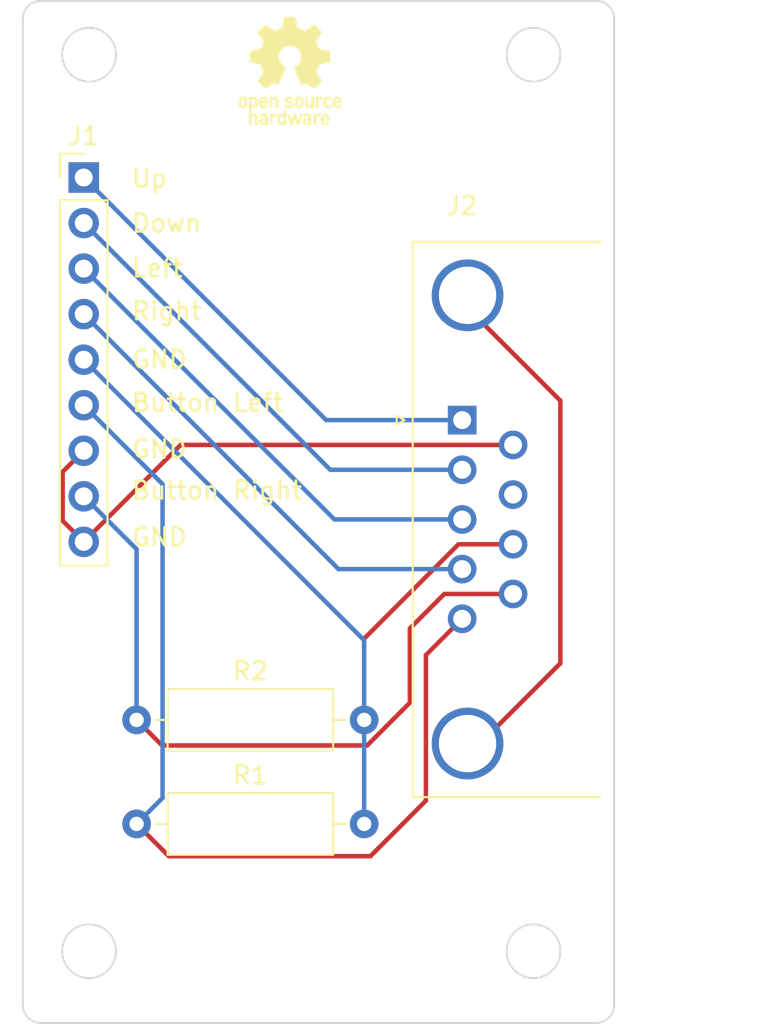
<source format=kicad_pcb>
(kicad_pcb (version 20211014) (generator pcbnew)
  (layers (0 "F.Cu" signal) (31 "B.Cu" signal) (34 "B.Paste" user) (35 "F.Paste" user) (36 "B.SilkS" user "B.Silkscreen") (37 "F.SilkS" user "F.Silkscreen") (38 "B.Mask" user) (39 "F.Mask" user) (44 "Edge.Cuts" user))
  (net 0 "")
  (net 1 "Net-(J1-Pad1)")
  (net 2 "Net-(J1-Pad2)")
  (net 3 "Net-(J1-Pad3)")
  (net 4 "Net-(J1-Pad4)")
  (net 5 "GND")
  (net 6 "Net-(J1-Pad6)")
  (net 7 "/Button Common")
  (net 8 "/Button Right")
  (net 9 "unconnected-(J2-Pad0)")
  (footprint "Resistor_THT:R_Axial_DIN0309_L9.0mm_D3.2mm_P12.70mm_Horizontal" (layer "F.Cu") (at 226.35 101.9)
    (fp_text reference "R1" (at 6.35 -2.72) (layer "F.SilkS"))
    (fp_text value "R620")
    (fp_line (start 10.97 -1.72) (end 1.73 -1.72) (layer "F.SilkS") (width 0.12))
    (fp_line (start 1.73 -1.72) (end 1.73 1.72) (layer "F.SilkS") (width 0.12))
    (fp_line (start 1.73 1.72) (end 10.97 1.72) (layer "F.SilkS") (width 0.12))
    (fp_line (start 11.66 0) (end 10.97 0) (layer "F.SilkS") (width 0.12))
    (fp_line (start 10.97 1.72) (end 10.97 -1.72) (layer "F.SilkS") (width 0.12))
    (fp_line (start 1.04 0) (end 1.73 0) (layer "F.SilkS") (width 0.12))
    (pad "1" thru_hole circle (at 0 0) (size 1.6 1.6) (drill 0.8) (layers *.Cu *.Mask) (net 6 "Net-(J1-Pad6)"))
    (pad "2" thru_hole oval (at 12.7 0) (size 1.6 1.6) (drill 0.8) (layers *.Cu *.Mask) (net 5 "GND"))
  )
  (footprint "Connector_Dsub:DSUB-9_Female_Horizontal_P2.77x2.84mm_EdgePinOffset4.94mm_Housed_MountingHolesOffset7.48mm" (layer "F.Cu") (at 244.519669 79.379669 90)
    (fp_text reference "J2" (at 11.95 -0.019669 180) (layer "F.SilkS"))
    (fp_text value "DB9_Female_MountingHoles")
    (fp_line (start -0.25 -3.654338) (end 0.25 -3.654338) (layer "F.SilkS") (width 0.12))
    (fp_line (start 0.25 -3.654338) (end 0 -3.221325) (layer "F.SilkS") (width 0.12))
    (fp_line (start 0 -3.221325) (end -0.25 -3.654338) (layer "F.SilkS") (width 0.12))
    (fp_line (start -21.025 7.72) (end -21.025 -2.76) (layer "F.SilkS") (width 0.12))
    (fp_line (start -21.025 -2.76) (end 9.945 -2.76) (layer "F.SilkS") (width 0.12))
    (fp_line (start 9.945 -2.76) (end 9.945 7.72) (layer "F.SilkS") (width 0.12))
    (pad "0" thru_hole circle (at 6.96 0.3 90) (size 4 4) (drill 3.2) (layers *.Cu *.Mask) (net 9 "unconnected-(J2-Pad0)"))
    (pad "0" thru_hole circle (at -18.04 0.3 90) (size 4 4) (drill 3.2) (layers *.Cu *.Mask) (net 9 "unconnected-(J2-Pad0)"))
    (pad "1" thru_hole rect (at 0 0 90) (size 1.6 1.6) (drill 1) (layers *.Cu *.Mask) (net 1 "Net-(J1-Pad1)"))
    (pad "2" thru_hole circle (at -2.77 0 90) (size 1.6 1.6) (drill 1) (layers *.Cu *.Mask) (net 2 "Net-(J1-Pad2)"))
    (pad "3" thru_hole circle (at -5.54 0 90) (size 1.6 1.6) (drill 1) (layers *.Cu *.Mask) (net 3 "Net-(J1-Pad3)"))
    (pad "4" thru_hole circle (at -8.31 0 90) (size 1.6 1.6) (drill 1) (layers *.Cu *.Mask) (net 4 "Net-(J1-Pad4)"))
    (pad "5" thru_hole circle (at -11.08 0 90) (size 1.6 1.6) (drill 1) (layers *.Cu *.Mask) (net 6 "Net-(J1-Pad6)"))
    (pad "6" thru_hole circle (at -1.385 2.84 90) (size 1.6 1.6) (drill 1) (layers *.Cu *.Mask) (net 7 "/Button Common"))
    (pad "7" thru_hole circle (at -4.155 2.84 90) (size 1.6 1.6) (drill 1) (layers *.Cu *.Mask))
    (pad "8" thru_hole circle (at -6.925 2.84 90) (size 1.6 1.6) (drill 1) (layers *.Cu *.Mask) (net 5 "GND"))
    (pad "9" thru_hole circle (at -9.695 2.84 90) (size 1.6 1.6) (drill 1) (layers *.Cu *.Mask) (net 8 "/Button Right"))
  )
  (footprint "Connector_PinHeader_2.54mm:PinHeader_1x09_P2.54mm_Vertical" (layer "F.Cu") (at 223.4 65.85)
    (fp_text reference "J1" (at 0 -2.33) (layer "F.SilkS"))
    (fp_text value "Conn_01x09")
    (fp_line (start -1.33 -1.33) (end 0 -1.33) (layer "F.SilkS") (width 0.12))
    (fp_line (start 1.33 1.27) (end 1.33 21.65) (layer "F.SilkS") (width 0.12))
    (fp_line (start -1.33 1.27) (end -1.33 21.65) (layer "F.SilkS") (width 0.12))
    (fp_line (start -1.33 0) (end -1.33 -1.33) (layer "F.SilkS") (width 0.12))
    (fp_line (start -1.33 21.65) (end 1.33 21.65) (layer "F.SilkS") (width 0.12))
    (fp_line (start -1.33 1.27) (end 1.33 1.27) (layer "F.SilkS") (width 0.12))
    (pad "1" thru_hole rect (at 0 0) (size 1.7 1.7) (drill 1) (layers *.Cu *.Mask) (net 1 "Net-(J1-Pad1)"))
    (pad "2" thru_hole oval (at 0 2.54) (size 1.7 1.7) (drill 1) (layers *.Cu *.Mask) (net 2 "Net-(J1-Pad2)"))
    (pad "3" thru_hole oval (at 0 5.08) (size 1.7 1.7) (drill 1) (layers *.Cu *.Mask) (net 3 "Net-(J1-Pad3)"))
    (pad "4" thru_hole oval (at 0 7.62) (size 1.7 1.7) (drill 1) (layers *.Cu *.Mask) (net 4 "Net-(J1-Pad4)"))
    (pad "5" thru_hole oval (at 0 10.16) (size 1.7 1.7) (drill 1) (layers *.Cu *.Mask) (net 5 "GND"))
    (pad "6" thru_hole oval (at 0 12.7) (size 1.7 1.7) (drill 1) (layers *.Cu *.Mask) (net 6 "Net-(J1-Pad6)"))
    (pad "7" thru_hole oval (at 0 15.24) (size 1.7 1.7) (drill 1) (layers *.Cu *.Mask) (net 7 "/Button Common"))
    (pad "8" thru_hole oval (at 0 17.78) (size 1.7 1.7) (drill 1) (layers *.Cu *.Mask) (net 8 "/Button Right"))
    (pad "9" thru_hole oval (at 0 20.32) (size 1.7 1.7) (drill 1) (layers *.Cu *.Mask) (net 7 "/Button Common"))
  )
  (footprint "Symbol:OSHW-Logo_5.7x6mm_SilkScreen" (layer "F.Cu") (at 234.9 59.9)
    (fp_text reference "REF**" hide)
    (fp_text value "OSHW-Logo_5.7x6mm_SilkScreen" hide)
    (fp_poly (pts (xy 2.032581 2.40497) (xy 2.092685 2.420597) (xy 2.143021 2.452848) (xy 2.167393 2.47694) (xy 2.207345 2.533895) (xy 2.230242 2.599965) (xy 2.238108 2.681182) (xy 2.238148 2.687748) (xy 2.238218 2.753763) (xy 1.858264 2.753763) (xy 1.866363 2.788342) (xy 1.880987 2.819659) (xy 1.906581 2.852291) (xy 1.911935 2.8575) (xy 1.957943 2.885694) (xy 2.01041 2.890475) (xy 2.070803 2.871926) (xy 2.08104 2.866931) (xy 2.112439 2.851745) (xy 2.13347 2.843094) (xy 2.137139 2.842293) (xy 2.149948 2.850063) (xy 2.174378 2.869072) (xy 2.186779 2.87946) (xy 2.212476 2.903321) (xy 2.220915 2.919077) (xy 2.215058 2.933571) (xy 2.211928 2.937534) (xy 2.190725 2.954879) (xy 2.155738 2.975959) (xy 2.131337 2.988265) (xy 2.062072 3.009946) (xy 1.985388 3.016971) (xy 1.912765 3.008647) (xy 1.892426 3.002686) (xy 1.829476 2.968952) (xy 1.782815 2.917045) (xy 1.752173 2.846459) (xy 1.737282 2.756692) (xy 1.735647 2.709753) (xy 1.740421 2.641413) (xy 1.86099 2.641413) (xy 1.872652 2.646465) (xy 1.903998 2.650429) (xy 1.949571 2.652768) (xy 1.980446 2.653169) (xy 2.035981 2.652783) (xy 2.071033 2.650975) (xy 2.090262 2.646773) (xy 2.09833 2.639203) (xy 2.099901 2.628218) (xy 2.089121 2.594381) (xy 2.06198 2.56094) (xy 2.026277 2.535272) (xy 1.99056 2.524772) (xy 1.942048 2.534086) (xy 1.900053 2.561013) (xy 1.870936 2.599827) (xy 1.86099 2.641413) (xy 1.740421 2.641413) (xy 1.742599 2.610236) (xy 1.764055 2.530949) (xy 1.80047 2.471263) (xy 1.852297 2.430549) (xy 1.91999 2.408179) (xy 1.956662 2.403871) (xy 2.032581 2.40497)) (layer "F.SilkS") (width 0.01) (fill solid))
    (fp_poly (pts (xy 1.635255 2.401486) (xy 1.683595 2.411015) (xy 1.711114 2.425125) (xy 1.740064 2.448568) (xy 1.698876 2.500571) (xy 1.673482 2.532064) (xy 1.656238 2.547428) (xy 1.639102 2.549776) (xy 1.614027 2.542217) (xy 1.602257 2.537941) (xy 1.55427 2.531631) (xy 1.510324 2.545156) (xy 1.47806 2.57571) (xy 1.472819 2.585452) (xy 1.467112 2.611258) (xy 1.462706 2.658817) (xy 1.459811 2.724758) (xy 1.458631 2.80571) (xy 1.458614 2.817226) (xy 1.458614 3.017822) (xy 1.320297 3.017822) (xy 1.320297 2.401683) (xy 1.389456 2.401683) (xy 1.429333 2.402725) (xy 1.450107 2.407358) (xy 1.457789 2.417849) (xy 1.458614 2.427745) (xy 1.458614 2.453806) (xy 1.491745 2.427745) (xy 1.529735 2.409965) (xy 1.58077 2.401174) (xy 1.635255 2.401486)) (layer "F.SilkS") (width 0.01) (fill solid))
    (fp_poly (pts (xy -0.993356 2.40302) (xy -0.974539 2.40866) (xy -0.968473 2.421053) (xy -0.968218 2.426647) (xy -0.967129 2.44223) (xy -0.959632 2.444676) (xy -0.939381 2.433993) (xy -0.927351 2.426694) (xy -0.8894 2.411063) (xy -0.844072 2.403334) (xy -0.796544 2.40274) (xy -0.751995 2.408513) (xy -0.715602 2.419884) (xy -0.692543 2.436088) (xy -0.687996 2.456355) (xy -0.690291 2.461843) (xy -0.70702 2.484626) (xy -0.732963 2.512647) (xy -0.737655 2.517177) (xy -0.762383 2.538005) (xy -0.783718 2.544735) (xy -0.813555 2.540038) (xy -0.825508 2.536917) (xy -0.862705 2.529421) (xy -0.888859 2.532792) (xy -0.910946 2.544681) (xy -0.931178 2.560635) (xy -0.946079 2.5807) (xy -0.956434 2.608702) (xy -0.963029 2.648467) (xy -0.966649 2.703823) (xy -0.968078 2.778594) (xy -0.968218 2.82374) (xy -0.968218 3.017822) (xy -1.09396 3.017822) (xy -1.09396 2.401683) (xy -1.031089 2.401683) (xy -0.993356 2.40302)) (layer "F.SilkS") (width 0.01) (fill solid))
    (fp_poly (pts (xy -1.38421 2.406555) (xy -1.325055 2.422339) (xy -1.280023 2.450948) (xy -1.248246 2.488419) (xy -1.238366 2.504411) (xy -1.231073 2.521163) (xy -1.225974 2.542592) (xy -1.222679 2.572616) (xy -1.220797 2.615154) (xy -1.219937 2.674122) (xy -1.219707 2.75344) (xy -1.219703 2.774484) (xy -1.219703 3.017822) (xy -1.280059 3.017822) (xy -1.318557 3.015126) (xy -1.347023 3.008295) (xy -1.354155 3.004083) (xy -1.373652 2.996813) (xy -1.393566 3.004083) (xy -1.426353 3.01316) (xy -1.473978 3.016813) (xy -1.526764 3.015228) (xy -1.575036 3.008589) (xy -1.603218 3.000072) (xy -1.657753 2.965063) (xy -1.691835 2.916479) (xy -1.707157 2.851882) (xy -1.707299 2.850223) (xy -1.705955 2.821566) (xy -1.584356 2.821566) (xy -1.573726 2.854161) (xy -1.55641 2.872505) (xy -1.521652 2.886379) (xy -1.475773 2.891917) (xy -1.428988 2.889191) (xy -1.391514 2.878274) (xy -1.381015 2.871269) (xy -1.362668 2.838904) (xy -1.35802 2.802111) (xy -1.35802 2.753763) (xy -1.427582 2.753763) (xy -1.493667 2.75885) (xy -1.543764 2.773263) (xy -1.574929 2.795729) (xy -1.584356 2.821566) (xy -1.705955 2.821566) (xy -1.703987 2.779647) (xy -1.68071 2.723845) (xy -1.636948 2.681647) (xy -1.630899 2.677808) (xy -1.604907 2.665309) (xy -1.572735 2.65774) (xy -1.52776 2.654061) (xy -1.474331 2.653216) (xy -1.35802 2.653169) (xy -1.35802 2.604411) (xy -1.362953 2.566581) (xy -1.375543 2.541236) (xy -1.377017 2.539887) (xy -1.405034 2.5288) (xy -1.447326 2.524503) (xy -1.494064 2.526615) (xy -1.535418 2.534756) (xy -1.559957 2.546965) (xy -1.573253 2.556746) (xy -1.587294 2.558613) (xy -1.606671 2.5506) (xy -1.635976 2.530739) (xy -1.679803 2.497063) (xy -1.683825 2.493909) (xy -1.681764 2.482236) (xy -1.664568 2.462822) (xy -1.638433 2.441248) (xy -1.609552 2.423096) (xy -1.600478 2.418809) (xy -1.56738 2.410256) (xy -1.51888 2.404155) (xy -1.464695 2.401708) (xy -1.462161 2.401703) (xy -1.38421 2.406555)) (layer "F.SilkS") (width 0.01) (fill solid))
    (fp_poly (pts (xy 0.281524 2.404237) (xy 0.331255 2.407971) (xy 0.461291 2.797773) (xy 0.481678 2.728614) (xy 0.493946 2.685874) (xy 0.510085 2.628115) (xy 0.527512 2.564625) (xy 0.536726 2.53057) (xy 0.571388 2.401683) (xy 0.714391 2.401683) (xy 0.671646 2.536857) (xy 0.650596 2.603342) (xy 0.625167 2.683539) (xy 0.59861 2.767193) (xy 0.574902 2.841782) (xy 0.520902 3.011535) (xy 0.462598 3.015328) (xy 0.404295 3.019122) (xy 0.372679 2.914734) (xy 0.353182 2.849889) (xy 0.331904 2.7784) (xy 0.313308 2.715263) (xy 0.312574 2.71275) (xy 0.298684 2.669969) (xy 0.286429 2.640779) (xy 0.277846 2.629741) (xy 0.276082 2.631018) (xy 0.269891 2.64813) (xy 0.258128 2.684787) (xy 0.242225 2.736378) (xy 0.223614 2.798294) (xy 0.213543 2.832352) (xy 0.159007 3.017822) (xy 0.043264 3.017822) (xy -0.049263 2.725471) (xy -0.075256 2.643462) (xy -0.098934 2.568987) (xy -0.11918 2.505544) (xy -0.134874 2.456632) (xy -0.144898 2.425749) (xy -0.147945 2.416726) (xy -0.145533 2.407487) (xy -0.126592 2.403441) (xy -0.087177 2.403846) (xy -0.081007 2.404152) (xy -0.007914 2.407971) (xy 0.039957 2.58401) (xy 0.057553 2.648211) (xy 0.073277 2.704649) (xy 0.085746 2.748422) (xy 0.093574 2.77463) (xy 0.09502 2.778903) (xy 0.101014 2.77399) (xy 0.113101 2.748532) (xy 0.129893 2.705997) (xy 0.150003 2.64985) (xy 0.167003 2.59913) (xy 0.231794 2.400504) (xy 0.281524 2.404237)) (layer "F.SilkS") (width 0.01) (fill solid))
    (fp_poly (pts (xy 2.217226 1.46388) (xy 2.29008 1.49483) (xy 2.313027 1.509895) (xy 2.342354 1.533048) (xy 2.360764 1.551253) (xy 2.363961 1.557183) (xy 2.354935 1.57034) (xy 2.331837 1.592667) (xy 2.313344 1.60825) (xy 2.262728 1.648926) (xy 2.22276 1.615295) (xy 2.191874 1.593584) (xy 2.161759 1.58609) (xy 2.127292 1.58792) (xy 2.072561 1.601528) (xy 2.034886 1.629772) (xy 2.011991 1.675433) (xy 2.001597 1.741289) (xy 2.001595 1.741331) (xy 2.002494 1.814939) (xy 2.016463 1.868946) (xy 2.044328 1.905716) (xy 2.063325 1.918168) (xy 2.113776 1.933673) (xy 2.167663 1.933683) (xy 2.214546 1.918638) (xy 2.225644 1.911287) (xy 2.253476 1.892511) (xy 2.275236 1.889434) (xy 2.298704 1.903409) (xy 2.324649 1.92851) (xy 2.365716 1.97088) (xy 2.320121 2.008464) (xy 2.249674 2.050882) (xy 2.170233 2.071785) (xy 2.087215 2.070272) (xy 2.032694 2.056411) (xy 1.96897 2.022135) (xy 1.918005 1.968212) (xy 1.894851 1.930149) (xy 1.876099 1.875536) (xy 1.866715 1.806369) (xy 1.866643 1.731407) (xy 1.875824 1.659409) (xy 1.894199 1.599137) (xy 1.897093 1.592958) (xy 1.939952 1.532351) (xy 1.997979 1.488224) (xy 2.066591 1.461493) (xy 2.141201 1.453073) (xy 2.217226 1.46388)) (layer "F.SilkS") (width 0.01) (fill solid))
    (fp_poly (pts (xy -0.754012 1.469002) (xy -0.722717 1.48395) (xy -0.692409 1.505541) (xy -0.669318 1.530391) (xy -0.6525 1.562087) (xy -0.641006 1.604214) (xy -0.633891 1.660358) (xy -0.630207 1.734106) (xy -0.629008 1.829044) (xy -0.628989 1.838985) (xy -0.628713 2.062179) (xy -0.76703 2.062179) (xy -0.76703 1.856418) (xy -0.767128 1.780189) (xy -0.767809 1.724939) (xy -0.769651 1.686501) (xy -0.773233 1.660706) (xy -0.779132 1.643384) (xy -0.787927 1.630368) (xy -0.80018 1.617507) (xy -0.843047 1.589873) (xy -0.889843 1.584745) (xy -0.934424 1.602217) (xy -0.949928 1.615221) (xy -0.96131 1.627447) (xy -0.969481 1.64054) (xy -0.974974 1.658615) (xy -0.97832 1.685787) (xy -0.980051 1.72617) (xy -0.980697 1.783879) (xy -0.980792 1.854132) (xy -0.980792 2.062179) (xy -1.119109 2.062179) (xy -1.119109 1.458614) (xy -1.04995 1.458614) (xy -1.008428 1.460256) (xy -0.987006 1.466087) (xy -0.980795 1.477461) (xy -0.980792 1.477798) (xy -0.97791 1.488938) (xy -0.965199 1.487674) (xy -0.939926 1.475434) (xy -0.882605 1.457424) (xy -0.817037 1.455421) (xy -0.754012 1.469002)) (layer "F.SilkS") (width 0.01) (fill solid))
    (fp_poly (pts (xy 0.993367 1.654342) (xy 0.994555 1.746563) (xy 0.998897 1.81661) (xy 1.007558 1.867381) (xy 1.021704 1.901772) (xy 1.0425 1.922679) (xy 1.07111 1.933) (xy 1.106535 1.935636) (xy 1.143636 1.932682) (xy 1.171818 1.921889) (xy 1.192243 1.90036) (xy 1.206079 1.865199) (xy 1.214491 1.81351) (xy 1.218643 1.742394) (xy 1.219703 1.654342) (xy 1.219703 1.458614) (xy 1.35802 1.458614) (xy 1.35802 2.062179) (xy 1.288862 2.062179) (xy 1.24717 2.060489) (xy 1.225701 2.054556) (xy 1.219703 2.043293) (xy 1.216091 2.033261) (xy 1.201714 2.035383) (xy 1.172736 2.04958) (xy 1.106319 2.07148) (xy 1.035875 2.069928) (xy 0.968377 2.046147) (xy 0.936233 2.027362) (xy 0.911715 2.007022) (xy 0.893804 1.981573) (xy 0.881479 1.947458) (xy 0.873723 1.901121) (xy 0.869516 1.839007) (xy 0.86784 1.757561) (xy 0.867624 1.694578) (xy 0.867624 1.458614) (xy 0.993367 1.458614) (xy 0.993367 1.654342)) (layer "F.SilkS") (width 0.01) (fill solid))
    (fp_poly (pts (xy 0.610762 1.466055) (xy 0.674363 1.500692) (xy 0.724123 1.555372) (xy 0.747568 1.599842) (xy 0.757634 1.639121) (xy 0.764156 1.695116) (xy 0.766951 1.759621) (xy 0.765836 1.824429) (xy 0.760626 1.881334) (xy 0.754541 1.911727) (xy 0.734014 1.953306) (xy 0.698463 1.997468) (xy 0.655619 2.036087) (xy 0.613211 2.061034) (xy 0.612177 2.06143) (xy 0.559553 2.072331) (xy 0.497188 2.072601) (xy 0.437924 2.062676) (xy 0.41504 2.054722) (xy 0.356102 2.0213) (xy 0.31389 1.977511) (xy 0.286156 1.919538) (xy 0.270651 1.843565) (xy 0.267143 1.803771) (xy 0.26759 1.753766) (xy 0.402376 1.753766) (xy 0.406917 1.826732) (xy 0.419986 1.882334) (xy 0.440756 1.917861) (xy 0.455552 1.92802) (xy 0.493464 1.935104) (xy 0.538527 1.933007) (xy 0.577487 1.922812) (xy 0.587704 1.917204) (xy 0.614659 1.884538) (xy 0.632451 1.834545) (xy 0.640024 1.773705) (xy 0.636325 1.708497) (xy 0.628057 1.669253) (xy 0.60432 1.623805) (xy 0.566849 1.595396) (xy 0.52172 1.585573) (xy 0.475011 1.595887) (xy 0.439132 1.621112) (xy 0.420277 1.641925) (xy 0.409272 1.662439) (xy 0.404026 1.690203) (xy 0.402449 1.732762) (xy 0.402376 1.753766) (xy 0.26759 1.753766) (xy 0.268094 1.69758) (xy 0.285388 1.610501) (xy 0.319029 1.54253) (xy 0.369018 1.493664) (xy 0.435356 1.463899) (xy 0.449601 1.460448) (xy 0.53521 1.452345) (xy 0.610762 1.466055)) (layer "F.SilkS") (width 0.01) (fill solid))
    (fp_poly (pts (xy 0.376964 -2.709982) (xy 0.433812 -2.40843) (xy 0.853338 -2.235488) (xy 1.104984 -2.406605) (xy 1.175458 -2.45425) (xy 1.239163 -2.49679) (xy 1.293126 -2.532285) (xy 1.334373 -2.55879) (xy 1.359934 -2.574364) (xy 1.366895 -2.577722) (xy 1.379435 -2.569086) (xy 1.406231 -2.545208) (xy 1.44428 -2.509141) (xy 1.490579 -2.463933) (xy 1.542123 -2.412636) (xy 1.595909 -2.358299) (xy 1.648935 -2.303972) (xy 1.698195 -2.252705) (xy 1.740687 -2.207549) (xy 1.773407 -2.171554) (xy 1.793351 -2.14777) (xy 1.798119 -2.13981) (xy 1.791257 -2.125135) (xy 1.77202 -2.092986) (xy 1.74243 -2.046508) (xy 1.70451 -1.988844) (xy 1.660282 -1.92314) (xy 1.634654 -1.885664) (xy 1.587941 -1.817232) (xy 1.546432 -1.75548) (xy 1.51214 -1.703481) (xy 1.48708 -1.664308) (xy 1.473264 -1.641035) (xy 1.471188 -1.636145) (xy 1.475895 -1.622245) (xy 1.488723 -1.58985) (xy 1.507738 -1.543515) (xy 1.531003 -1.487794) (xy 1.556584 -1.427242) (xy 1.582545 -1.366414) (xy 1.60695 -1.309864) (xy 1.627863 -1.262148) (xy 1.643349 -1.227819) (xy 1.651472 -1.211432) (xy 1.651952 -1.210788) (xy 1.664707 -1.207659) (xy 1.698677 -1.200679) (xy 1.75034 -1.190533) (xy 1.816176 -1.177908) (xy 1.892664 -1.163491) (xy 1.93729 -1.155177) (xy 2.019021 -1.139616) (xy 2.092843 -1.124808) (xy 2.155021 -1.111564) (xy 2.201822 -1.100695) (xy 2.229509 -1.093011) (xy 2.235074 -1.090573) (xy 2.240526 -1.07407) (xy 2.244924 -1.0368) (xy 2.248272 -0.98312) (xy 2.250574 -0.917388) (xy 2.251832 -0.843963) (xy 2.252048 -0.767204) (xy 2.251227 -0.691468) (xy 2.249371 -0.621114) (xy 2.246482 -0.5605) (xy 2.242565 -0.513984) (xy 2.237622 -0.485925) (xy 2.234657 -0.480084) (xy 2.216934 -0.473083) (xy 2.179381 -0.463073) (xy 2.126964 -0.451231) (xy 2.064652 -0.438733) (xy 2.0429 -0.43469) (xy 1.938024 -0.41548) (xy 1.85518 -0.400009) (xy 1.79163 -0.387663) (xy 1.744637 -0.377827) (xy 1.711463 -0.369886) (xy 1.689371 -0.363224) (xy 1.675624 -0.357227) (xy 1.667484 -0.351281) (xy 1.666345 -0.350106) (xy 1.654977 -0.331174) (xy 1.637635 -0.294331) (xy 1.61605 -0.244087) (xy 1.591954 -0.184954) (xy 1.567079 -0.121444) (xy 1.543157 -0.058068) (xy 1.521919 0.000662) (xy 1.505097 0.050235) (xy 1.494422 0.086139) (xy 1.491627 0.103862) (xy 1.49186 0.104483) (xy 1.501331 0.11897) (xy 1.522818 0.150844) (xy 1.554063 0.196789) (xy 1.592807 0.253485) (xy 1.636793 0.317617) (xy 1.649319 0.335842) (xy 1.693984 0.401914) (xy 1.733288 0.4622) (xy 1.765088 0.513235) (xy 1.787245 0.55156) (xy 1.797617 0.573711) (xy 1.798119 0.576432) (xy 1.789405 0.590736) (xy 1.765325 0.619072) (xy 1.728976 0.658396) (xy 1.683453 0.705661) (xy 1.631852 0.757823) (xy 1.577267 0.811835) (xy 1.522794 0.864653) (xy 1.471529 0.913231) (xy 1.426567 0.954523) (xy 1.391004 0.985485) (xy 1.367935 1.00307) (xy 1.361554 1.005941) (xy 1.346699 0.999178) (xy 1.316286 0.980939) (xy 1.275268 0.954297) (xy 1.243709 0.932852) (xy 1.186525 0.893503) (xy 1.118806 0.847171) (xy 1.05088 0.800913) (xy 1.014361 0.776155) (xy 0.890752 0.692547) (xy 0.786991 0.74865) (xy 0.73972 0.773228) (xy 0.699523 0.792331) (xy 0.672326 0.803227) (xy 0.665402 0.804743) (xy 0.657077 0.793549) (xy 0.640654 0.761917) (xy 0.617357 0.712765) (xy 0.588414 0.64901) (xy 0.55505 0.573571) (xy 0.518491 0.489364) (xy 0.479964 0.399308) (xy 0.440694 0.306321) (xy 0.401908 0.21332) (xy 0.36483 0.123223) (xy 0.330689 0.038948) (xy 0.300708 -0.036587) (xy 0.276116 -0.100466) (xy 0.258136 -0.149769) (xy 0.247997 -0.181579) (xy 0.246366 -0.192504) (xy 0.259291 -0.206439) (xy 0.287589 -0.22906) (xy 0.325346 -0.255667) (xy 0.328515 -0.257772) (xy 0.4261 -0.335886) (xy 0.504786 -0.427018) (xy 0.563891 -0.528255) (xy 0.602732 -0.636682) (xy 0.620628 -0.749386) (xy 0.616897 -0.863452) (xy 0.590857 -0.975966) (xy 0.541825 -1.084015) (xy 0.5274 -1.107655) (xy 0.452369 -1.203113) (xy 0.36373 -1.279768) (xy 0.264549 -1.33722) (xy 0.157895 -1.375071) (xy 0.046836 -1.392922) (xy -0.065561 -1.390375) (xy -0.176227 -1.36703) (xy -0.282094 -1.32249) (xy -0.380095 -1.256355) (xy -0.41041 -1.229513) (xy -0.487562 -1.145488) (xy -0.543782 -1.057034) (xy -0.582347 -0.957885) (xy -0.603826 -0.859697) (xy -0.609128 -0.749303) (xy -0.591448 -0.63836) (xy -0.552581 -0.530619) (xy -0.494323 -0.429831) (xy -0.418469 -0.339744) (xy -0.326817 -0.264108) (xy -0.314772 -0.256136) (xy -0.276611 -0.230026) (xy -0.247601 -0.207405) (xy -0.233732 -0.192961) (xy -0.233531 -0.192504) (xy -0.236508 -0.176879) (xy -0.248311 -0.141418) (xy -0.267714 -0.089038) (xy -0.293488 -0.022655) (xy -0.324409 0.054814) (xy -0.359249 0.14045) (xy -0.396783 0.231337) (xy -0.435783 0.324559) (xy -0.475023 0.417197) (xy -0.513276 0.506335) (xy -0.549317 0.589055) (xy -0.581917 0.662441) (xy -0.609852 0.723575) (xy -0.631895 0.769541) (xy -0.646818 0.797421) (xy -0.652828 0.804743) (xy -0.671191 0.799041) (xy -0.705552 0.783749) (xy -0.749984 0.761599) (xy -0.774417 0.74865) (xy -0.878178 0.692547) (xy -1.001787 0.776155) (xy -1.064886 0.818987) (xy -1.13397 0.866122) (xy -1.198707 0.910503) (xy -1.231134 0.932852) (xy -1.276741 0.963477) (xy -1.31536 0.987747) (xy -1.341952 1.002587) (xy -1.35059 1.005724) (xy -1.363161 0.997261) (xy -1.390984 0.973636) (xy -1.431361 0.937302) (xy -1.481595 0.890711) (xy -1.538988 0.836317) (xy -1.575286 0.801392) (xy -1.63879 0.738996) (xy -1.693673 0.683188) (xy -1.737714 0.636354) (xy -1.768695 0.600882) (xy -1.784398 0.579161) (xy -1.785905 0.574752) (xy -1.778914 0.557985) (xy -1.759594 0.524082) (xy -1.730091 0.476476) (xy -1.692545 0.418599) (xy -1.6491 0.353884) (xy -1.636745 0.335842) (xy -1.591727 0.270267) (xy -1.55134 0.211228) (xy -1.51784 0.162042) (xy -1.493486 0.126028) (xy -1.480536 0.106502) (xy -1.479285 0.104483) (xy -1.481156 0.088922) (xy -1.491087 0.054709) (xy -1.507347 0.006355) (xy -1.528205 -0.051629) (xy -1.551927 -0.11473) (xy -1.576784 -0.178437) (xy -1.601042 -0.238239) (xy -1.622971 -0.289624) (xy -1.640838 -0.328081) (xy -1.652913 -0.349098) (xy -1.653771 -0.350106) (xy -1.661154 -0.356112) (xy -1.673625 -0.362052) (xy -1.69392 -0.36854) (xy -1.724778 -0.376191) (xy -1.768934 -0.38562) (xy -1.829126 -0.397441) (xy -1.908093 -0.412271) (xy -2.00857 -0.430723) (xy -2.030325 -0.43469) (xy -2.094802 -0.447147) (xy -2.151011 -0.459334) (xy -2.193987 -0.470074) (xy -2.21876 -0.478191) (xy -2.222082 -0.480084) (xy -2.227556 -0.496862) (xy -2.232006 -0.534355) (xy -2.235428 -0.588206) (xy -2.237819 -0.654056) (xy -2.239177 -0.727547) (xy -2.239499 -0.80432) (xy -2.238781 -0.880017) (xy -2.237021 -0.95028) (xy -2.234216 -1.01075) (xy -2.230362 -1.05707) (xy -2.225457 -1.084881) (xy -2.2225 -1.090573) (xy -2.206037 -1.096314) (xy -2.168551 -1.105655) (xy -2.113775 -1.117785) (xy -2.045445 -1.131893) (xy -1.967294 -1.14717) (xy -1.924716 -1.155177) (xy -1.843929 -1.170279) (xy -1.771887 -1.18396) (xy -1.712111 -1.195533) (xy -1.668121 -1.204313) (xy -1.643439 -1.209613) (xy -1.639377 -1.210788) (xy -1.632511 -1.224035) (xy -1.617998 -1.255943) (xy -1.597771 -1.301953) (xy -1.573766 -1.357508) (xy -1.547918 -1.418047) (xy -1.52216 -1.479014) (xy -1.498427 -1.535849) (xy -1.478654 -1.583994) (xy -1.464776 -1.61889) (xy -1.458726 -1.635979) (xy -1.458614 -1.636726) (xy -1.465472 -1.650207) (xy -1.484698 -1.68123) (xy -1.514272 -1.726711) (xy -1.552173 -1.783568) (xy -1.59638 -1.848717) (xy -1.622079 -1.886138) (xy -1.668907 -1.954753) (xy -1.710499 -2.017048) (xy -1.744825 -2.069871) (xy -1.769857 -2.110073) (xy -1.783565 -2.1345) (xy -1.785544 -2.139976) (xy -1.777034 -2.152722) (xy -1.753507 -2.179937) (xy -1.717968 -2.218572) (xy -1.673423 -2.265577) (xy -1.622877 -2.317905) (xy -1.569336 -2.372505) (xy -1.515805 -2.42633) (xy -1.465289 -2.47633) (xy -1.420794 -2.519457) (xy -1.385325 -2.552661) (xy -1.361887 -2.572894) (xy -1.354046 -2.577722) (xy -1.34128 -2.570933) (xy -1.310744 -2.551858) (xy -1.26541 -2.522439) (xy -1.208244 -2.484619) (xy -1.142216 -2.440339) (xy -1.09241 -2.406605) (xy -0.840764 -2.235488) (xy -0.631001 -2.321959) (xy -0.421237 -2.40843) (xy -0.364389 -2.709982) (xy -0.30754 -3.011534) (xy 0.320115 -3.011534) (xy 0.376964 -2.709982)) (layer "F.SilkS") (width 0.01) (fill solid))
    (fp_poly (pts (xy 1.79946 1.45803) (xy 1.842711 1.471245) (xy 1.870558 1.487941) (xy 1.879629 1.501145) (xy 1.877132 1.516797) (xy 1.860931 1.541385) (xy 1.847232 1.5588) (xy 1.818992 1.590283) (xy 1.797775 1.603529) (xy 1.779688 1.602664) (xy 1.726035 1.58901) (xy 1.68663 1.58963) (xy 1.654632 1.605104) (xy 1.64389 1.614161) (xy 1.609505 1.646027) (xy 1.609505 2.062179) (xy 1.471188 2.062179) (xy 1.471188 1.458614) (xy 1.540347 1.458614) (xy 1.581869 1.460256) (xy 1.603291 1.466087) (xy 1.609502 1.477461) (xy 1.609505 1.477798) (xy 1.612439 1.489713) (xy 1.625704 1.488159) (xy 1.644084 1.479563) (xy 1.682046 1.463568) (xy 1.712872 1.453945) (xy 1.752536 1.451478) (xy 1.79946 1.45803)) (layer "F.SilkS") (width 0.01) (fill solid))
    (fp_poly (pts (xy -1.356699 1.472614) (xy -1.344168 1.478514) (xy -1.300799 1.510283) (xy -1.25979 1.556646) (xy -1.229168 1.607696) (xy -1.220459 1.631166) (xy -1.212512 1.673091) (xy -1.207774 1.723757) (xy -1.207199 1.744679) (xy -1.207129 1.810693) (xy -1.587083 1.810693) (xy -1.578983 1.845273) (xy -1.559104 1.88617) (xy -1.524347 1.921514) (xy -1.482998 1.944282) (xy -1.456649 1.94901) (xy -1.420916 1.943273) (xy -1.378282 1.928882) (xy -1.363799 1.922262) (xy -1.31024 1.895513) (xy -1.264533 1.930376) (xy -1.238158 1.953955) (xy -1.224124 1.973417) (xy -1.223414 1.979129) (xy -1.235951 1.992973) (xy -1.263428 2.014012) (xy -1.288366 2.030425) (xy -1.355664 2.05993) (xy -1.43111 2.073284) (xy -1.505888 2.069812) (xy -1.565495 2.051663) (xy -1.626941 2.012784) (xy -1.670608 1.961595) (xy -1.697926 1.895367) (xy -1.710322 1.811371) (xy -1.711421 1.772936) (xy -1.707022 1.684861) (xy -1.706482 1.682299) (xy -1.580582 1.682299) (xy -1.577115 1.690558) (xy -1.562863 1.695113) (xy -1.53347 1.697065) (xy -1.484575 1.697517) (xy -1.465748 1.697525) (xy -1.408467 1.696843) (xy -1.372141 1.694364) (xy -1.352604 1.689443) (xy -1.34569 1.681434) (xy -1.345445 1.678862) (xy -1.353336 1.658423) (xy -1.373085 1.629789) (xy -1.381575 1.619763) (xy -1.413094 1.591408) (xy -1.445949 1.580259) (xy -1.463651 1.579327) (xy -1.511539 1.590981) (xy -1.551699 1.622285) (xy -1.577173 1.667752) (xy -1.577625 1.669233) (xy -1.580582 1.682299) (xy -1.706482 1.682299) (xy -1.692392 1.61551) (xy -1.666038 1.560025) (xy -1.633807 1.520639) (xy -1.574217 1.477931) (xy -1.504168 1.455109) (xy -1.429661 1.453046) (xy -1.356699 1.472614)) (layer "F.SilkS") (width 0.01) (fill solid))
    (fp_poly (pts (xy -1.908759 1.469184) (xy -1.882247 1.482282) (xy -1.849553 1.505106) (xy -1.825725 1.529996) (xy -1.809406 1.561249) (xy -1.79924 1.603166) (xy -1.793872 1.660044) (xy -1.791944 1.736184) (xy -1.791831 1.768917) (xy -1.792161 1.840656) (xy -1.793527 1.891927) (xy -1.7965 1.927404) (xy -1.801649 1.951763) (xy -1.809543 1.96968) (xy -1.817757 1.981902) (xy -1.870187 2.033905) (xy -1.93193 2.065184) (xy -1.998536 2.074592) (xy -2.065558 2.06098) (xy -2.086792 2.051354) (xy -2.137624 2.024859) (xy -2.137624 2.440052) (xy -2.100525 2.420868) (xy -2.051643 2.406025) (xy -1.991561 2.402222) (xy -1.931564 2.409243) (xy -1.886256 2.425013) (xy -1.848675 2.455047) (xy -1.816564 2.498024) (xy -1.81415 2.502436) (xy -1.803967 2.523221) (xy -1.79653 2.54417) (xy -1.791411 2.569548) (xy -1.788181 2.603618) (xy -1.786413 2.650641) (xy -1.785677 2.714882) (xy -1.785544 2.787176) (xy -1.785544 3.017822) (xy -1.923861 3.017822) (xy -1.923861 2.592533) (xy -1.962549 2.559979) (xy -2.002738 2.53394) (xy -2.040797 2.529205) (xy -2.079066 2.541389) (xy -2.099462 2.55332) (xy -2.114642 2.570313) (xy -2.125438 2.595995) (xy -2.132683 2.633991) (xy -2.137208 2.687926) (xy -2.139844 2.761425) (xy -2.140772 2.810347) (xy -2.143911 3.011535) (xy -2.209926 3.015336) (xy -2.27594 3.019136) (xy -2.27594 1.77065) (xy -2.137624 1.77065) (xy -2.134097 1.840254) (xy -2.122215 1.888569) (xy -2.10002 1.918631) (xy -2.065559 1.933471) (xy -2.030742 1.936436) (xy -1.991329 1.933028) (xy -1.965171 1.919617) (xy -1.948814 1.901896) (xy -1.935937 1.882835) (xy -1.928272 1.861601) (xy -1.924861 1.831849) (xy -1.924749 1.787236) (xy -1.925897 1.74988) (xy -1.928532 1.693604) (xy -1.932456 1.656658) (xy -1.939063 1.633223) (xy -1.949749 1.61748) (xy -1.959833 1.60838) (xy -2.00197 1.588537) (xy -2.05184 1.585332) (xy -2.080476 1.592168) (xy -2.108828 1.616464) (xy -2.127609 1.663728) (xy -2.136712 1.733624) (xy -2.137624 1.77065) (xy -2.27594 1.77065) (xy -2.27594 1.458614) (xy -2.206782 1.458614) (xy -2.16526 1.460256) (xy -2.143838 1.466087) (xy -2.137626 1.477461) (xy -2.137624 1.477798) (xy -2.134742 1.488938) (xy -2.12203 1.487673) (xy -2.096757 1.475433) (xy -2.037869 1.456707) (xy -1.971615 1.454739) (xy -1.908759 1.469184)) (layer "F.SilkS") (width 0.01) (fill solid))
    (fp_poly (pts (xy -2.538261 1.465148) (xy -2.472479 1.494231) (xy -2.42254 1.542793) (xy -2.388374 1.610908) (xy -2.369907 1.698651) (xy -2.368583 1.712351) (xy -2.367546 1.808939) (xy -2.380993 1.893602) (xy -2.408108 1.962221) (xy -2.422627 1.984294) (xy -2.473201 2.031011) (xy -2.537609 2.061268) (xy -2.609666 2.073824) (xy -2.683185 2.067439) (xy -2.739072 2.047772) (xy -2.787132 2.014629) (xy -2.826412 1.971175) (xy -2.827092 1.970158) (xy -2.843044 1.943338) (xy -2.85341 1.916368) (xy -2.859688 1.882332) (xy -2.863373 1.83431) (xy -2.864997 1.794931) (xy -2.865672 1.759219) (xy -2.739955 1.759219) (xy -2.738726 1.79477) (xy -2.734266 1.842094) (xy -2.726397 1.872465) (xy -2.712207 1.894072) (xy -2.698917 1.906694) (xy -2.651802 1.933122) (xy -2.602505 1.936653) (xy -2.556593 1.917639) (xy -2.533638 1.896331) (xy -2.517096 1.874859) (xy -2.507421 1.854313) (xy -2.503174 1.827574) (xy -2.50292 1.787523) (xy -2.504228 1.750638) (xy -2.507043 1.697947) (xy -2.511505 1.663772) (xy -2.519548 1.64148) (xy -2.533103 1.624442) (xy -2.543845 1.614703) (xy -2.588777 1.589123) (xy -2.637249 1.587847) (xy -2.677894 1.602999) (xy -2.712567 1.634642) (xy -2.733224 1.68662) (xy -2.739955 1.759219) (xy -2.865672 1.759219) (xy -2.866479 1.716621) (xy -2.863948 1.658056) (xy -2.856362 1.614007) (xy -2.842681 1.579248) (xy -2.821865 1.548551) (xy -2.814147 1.539436) (xy -2.765889 1.494021) (xy -2.714128 1.467493) (xy -2.650828 1.456379) (xy -2.619961 1.455471) (xy -2.538261 1.465148)) (layer "F.SilkS") (width 0.01) (fill solid))
    (fp_poly (pts (xy 1.038411 2.405417) (xy 1.091411 2.41829) (xy 1.106731 2.42511) (xy 1.136428 2.442974) (xy 1.15922 2.463093) (xy 1.176083 2.488962) (xy 1.187998 2.524073) (xy 1.195942 2.57192) (xy 1.200894 2.635996) (xy 1.203831 2.719794) (xy 1.204947 2.775768) (xy 1.209052 3.017822) (xy 1.138932 3.017822) (xy 1.096393 3.016038) (xy 1.074476 3.009942) (xy 1.068812 2.999706) (xy 1.065821 2.988637) (xy 1.052451 2.990754) (xy 1.034233 2.999629) (xy 0.988624 3.013233) (xy 0.930007 3.016899) (xy 0.868354 3.010903) (xy 0.813638 2.995521) (xy 0.80873 2.993386) (xy 0.758723 2.958255) (xy 0.725756 2.909419) (xy 0.710587 2.852333) (xy 0.711746 2.831824) (xy 0.835508 2.831824) (xy 0.846413 2.859425) (xy 0.878745 2.879204) (xy 0.93091 2.889819) (xy 0.958787 2.891228) (xy 1.005247 2.88762) (xy 1.036129 2.873597) (xy 1.043664 2.866931) (xy 1.064076 2.830666) (xy 1.068812 2.797773) (xy 1.068812 2.753763) (xy 1.007513 2.753763) (xy 0.936256 2.757395) (xy 0.886276 2.768818) (xy 0.854696 2.788824) (xy 0.847626 2.797743) (xy 0.835508 2.831824) (xy 0.711746 2.831824) (xy 0.713971 2.792456) (xy 0.736663 2.735244) (xy 0.767624 2.69658) (xy 0.786376 2.679864) (xy 0.804733 2.668878) (xy 0.828619 2.66218) (xy 0.863957 2.658326) (xy 0.916669 2.655873) (xy 0.937577 2.655168) (xy 1.068812 2.650879) (xy 1.06862 2.611158) (xy 1.063537 2.569405) (xy 1.045162 2.544158) (xy 1.008039 2.52803) (xy 1.007043 2.527742) (xy 0.95441 2.5214) (xy 0.902906 2.529684) (xy 0.86463 2.549827) (xy 0.849272 2.559773) (xy 0.83273 2.558397) (xy 0.807275 2.543987) (xy 0.792328 2.533817) (xy 0.763091 2.512088) (xy 0.74498 2.4958) (xy 0.742074 2.491137) (xy 0.75404 2.467005) (xy 0.789396 2.438185) (xy 0.804753 2.428461) (xy 0.848901 2.411714) (xy 0.908398 2.402227) (xy 0.974487 2.400095) (xy 1.038411 2.405417)) (layer "F.SilkS") (width 0.01) (fill solid))
    (fp_poly (pts (xy 0.014017 1.456452) (xy 0.061634 1.465482) (xy 0.111034 1.48437) (xy 0.116312 1.486777) (xy 0.153774 1.506476) (xy 0.179717 1.524781) (xy 0.188103 1.536508) (xy 0.180117 1.555632) (xy 0.16072 1.58385) (xy 0.15211 1.594384) (xy 0.116628 1.635847) (xy 0.070885 1.608858) (xy 0.02735 1.590878) (xy -0.02295 1.581267) (xy -0.071188 1.58066) (xy -0.108533 1.589691) (xy -0.117495 1.595327) (xy -0.134563 1.621171) (xy -0.136637 1.650941) (xy -0.123866 1.674197) (xy -0.116312 1.678708) (xy -0.093675 1.684309) (xy -0.053885 1.690892) (xy -0.004834 1.697183) (xy 0.004215 1.69817) (xy 0.082996 1.711798) (xy 0.140136 1.734946) (xy 0.17803 1.769752) (xy 0.199079 1.818354) (xy 0.205635 1.877718) (xy 0.196577 1.945198) (xy 0.167164 1.998188) (xy 0.117278 2.036783) (xy 0.0468 2.061081) (xy -0.031435 2.070667) (xy -0.095234 2.070552) (xy -0.146984 2.061845) (xy -0.182327 2.049825) (xy -0.226983 2.02888) (xy -0.268253 2.004574) (xy -0.282921 1.993876) (xy -0.320643 1.963084) (xy -0.275148 1.917049) (xy -0.229653 1.871013) (xy -0.177928 1.905243) (xy -0.126048 1.930952) (xy -0.070649 1.944399) (xy -0.017395 1.945818) (xy 0.028049 1.935443) (xy 0.060016 1.913507) (xy 0.070338 1.894998) (xy 0.068789 1.865314) (xy 0.04314 1.842615) (xy -0.00654 1.82694) (xy -0.060969 1.819695) (xy -0.144736 1.805873) (xy -0.206967 1.779796) (xy -0.248493 1.740699) (xy -0.270147 1.68782) (xy -0.273147 1.625126) (xy -0.258329 1.559642) (xy -0.224546 1.510144) (xy -0.171495 1.476408) (xy -0.098874 1.458207) (xy -0.045072 1.454639) (xy 0.014017 1.456452)) (layer "F.SilkS") (width 0.01) (fill solid))
    (fp_poly (pts (xy -0.201188 3.017822) (xy -0.270346 3.017822) (xy -0.310488 3.016645) (xy -0.331394 3.011772) (xy -0.338922 3.001186) (xy -0.339505 2.994029) (xy -0.340774 2.979676) (xy -0.348779 2.976923) (xy -0.369815 2.985771) (xy -0.386173 2.994029) (xy -0.448977 3.013597) (xy -0.517248 3.014729) (xy -0.572752 3.000135) (xy -0.624438 2.964877) (xy -0.663838 2.912835) (xy -0.685413 2.85145) (xy -0.685962 2.848018) (xy -0.689167 2.810571) (xy -0.690761 2.756813) (xy -0.690633 2.716155) (xy -0.553279 2.716155) (xy -0.550097 2.770194) (xy -0.542859 2.814735) (xy -0.53306 2.839888) (xy -0.495989 2.87426) (xy -0.451974 2.886582) (xy -0.406584 2.876618) (xy -0.367797 2.846895) (xy -0.353108 2.826905) (xy -0.344519 2.80305) (xy -0.340496 2.76823) (xy -0.339505 2.71593) (xy -0.341278 2.664139) (xy -0.345963 2.618634) (xy -0.352603 2.588181) (xy -0.35371 2.585452) (xy -0.380491 2.553) (xy -0.419579 2.535183) (xy -0.463315 2.532306) (xy -0.504038 2.544674) (xy -0.534087 2.572593) (xy -0.537204 2.578148) (xy -0.546961 2.612022) (xy -0.552277 2.660728) (xy -0.553279 2.716155) (xy -0.690633 2.716155) (xy -0.690568 2.69554) (xy -0.689664 2.662563) (xy -0.683514 2.580981) (xy -0.670733 2.51973) (xy -0.649471 2.474449) (xy -0.617878 2.440779) (xy -0.587207 2.421014) (xy -0.544354 2.40712) (xy -0.491056 2.402354) (xy -0.43648 2.406236) (xy -0.389792 2.418282) (xy -0.365124 2.432693) (xy -0.339505 2.455878) (xy -0.339505 2.162773) (xy -0.201188 2.162773) (xy -0.201188 3.017822)) (layer "F.SilkS") (width 0.01) (fill solid))
    (fp_poly (pts (xy 2.677898 1.456457) (xy 2.710096 1.464279) (xy 2.771825 1.492921) (xy 2.82461 1.536667) (xy 2.861141 1.589117) (xy 2.86616 1.600893) (xy 2.873045 1.63174) (xy 2.877864 1.677371) (xy 2.879505 1.723492) (xy 2.879505 1.810693) (xy 2.697178 1.810693) (xy 2.621979 1.810978) (xy 2.569003 1.812704) (xy 2.535325 1.817181) (xy 2.51802 1.82572) (xy 2.514163 1.83963) (xy 2.520829 1.860222) (xy 2.53277 1.884315) (xy 2.56608 1.924525) (xy 2.612368 1.944558) (xy 2.668944 1.943905) (xy 2.733031 1.922101) (xy 2.788417 1.895193) (xy 2.834375 1.931532) (xy 2.880333 1.967872) (xy 2.837096 2.007819) (xy 2.779374 2.045563) (xy 2.708386 2.06832) (xy 2.632029 2.074688) (xy 2.558199 2.063268) (xy 2.546287 2.059393) (xy 2.481399 2.025506) (xy 2.43313 1.974986) (xy 2.400465 1.906325) (xy 2.382385 1.818014) (xy 2.382175 1.816121) (xy 2.380556 1.719878) (xy 2.3871 1.685542) (xy 2.514852 1.685542) (xy 2.526584 1.690822) (xy 2.558438 1.694867) (xy 2.605397 1.697176) (xy 2.635154 1.697525) (xy 2.690648 1.697306) (xy 2.725346 1.695916) (xy 2.743601 1.692251) (xy 2.749766 1.68521) (xy 2.748195 1.67369) (xy 2.746878 1.669233) (xy 2.724382 1.627355) (xy 2.689003 1.593604) (xy 2.65778 1.578773) (xy 2.616301 1.579668) (xy 2.574269 1.598164) (xy 2.539012 1.628786) (xy 2.517854 1.666062) (xy 2.514852 1.685542) (xy 2.3871 1.685542) (xy 2.39669 1.635229) (xy 2.428698 1.564191) (xy 2.474701 1.508779) (xy 2.532821 1.471009) (xy 2.60118 1.452896) (xy 2.677898 1.456457)) (layer "F.SilkS") (width 0.01) (fill solid))
  )
  (footprint "Resistor_THT:R_Axial_DIN0309_L9.0mm_D3.2mm_P12.70mm_Horizontal" (layer "F.Cu") (at 226.35 96.1)
    (fp_text reference "R2" (at 6.35 -2.72) (layer "F.SilkS"))
    (fp_text value "R620")
    (fp_line (start 10.97 -1.72) (end 1.73 -1.72) (layer "F.SilkS") (width 0.12))
    (fp_line (start 11.66 0) (end 10.97 0) (layer "F.SilkS") (width 0.12))
    (fp_line (start 1.04 0) (end 1.73 0) (layer "F.SilkS") (width 0.12))
    (fp_line (start 10.97 1.72) (end 10.97 -1.72) (layer "F.SilkS") (width 0.12))
    (fp_line (start 1.73 -1.72) (end 1.73 1.72) (layer "F.SilkS") (width 0.12))
    (fp_line (start 1.73 1.72) (end 10.97 1.72) (layer "F.SilkS") (width 0.12))
    (pad "1" thru_hole circle (at 0 0) (size 1.6 1.6) (drill 0.8) (layers *.Cu *.Mask) (net 8 "/Button Right"))
    (pad "2" thru_hole oval (at 12.7 0) (size 1.6 1.6) (drill 0.8) (layers *.Cu *.Mask) (net 5 "GND"))
  )
  (gr_arc (start 221 113) (mid 220.292893 112.707107) (end 220 112) (layer "Edge.Cuts") (width 0.1))
  (gr_line (start 252 113) (end 221 113) (layer "Edge.Cuts") (width 0.1))
  (gr_circle (center 223.7 109) (end 225.2 109) (layer "Edge.Cuts") (width 0.1) (fill none))
  (gr_circle (center 248.5 109) (end 250 109) (layer "Edge.Cuts") (width 0.1) (fill none))
  (gr_line (start 221 56) (end 252 56) (layer "Edge.Cuts") (width 0.1))
  (gr_circle (center 248.5 59) (end 250 59) (layer "Edge.Cuts") (width 0.1) (fill none))
  (gr_arc (start 220 57) (mid 220.292893 56.292893) (end 221 56) (layer "Edge.Cuts") (width 0.1))
  (gr_arc (start 253 112) (mid 252.707107 112.707107) (end 252 113) (layer "Edge.Cuts") (width 0.1))
  (gr_line (start 220 112) (end 220 57) (layer "Edge.Cuts") (width 0.1))
  (gr_circle (center 223.7 59) (end 225.2 59) (layer "Edge.Cuts") (width 0.1) (fill none))
  (gr_line (start 253 57) (end 253 112) (layer "Edge.Cuts") (width 0.1))
  (gr_arc (start 252 56) (mid 252.707107 56.292893) (end 253 57) (layer "Edge.Cuts") (width 0.1))
  (gr_text "Right" (at 226 73.3) (layer "F.SilkS") (effects (font (size 1 1)) (justify left)))
  (gr_text "Button Left" (at 226 78.4) (layer "F.SilkS") (effects (font (size 1 1)) (justify left)))
  (gr_text "Up" (at 226 65.9) (layer "F.SilkS") (effects (font (size 1 1)) (justify left)))
  (gr_text "Left" (at 226 70.9) (layer "F.SilkS") (effects (font (size 1 1)) (justify left)))
  (gr_text "GND" (at 226 81) (layer "F.SilkS") (effects (font (size 1 1)) (justify left)))
  (gr_text "GND" (at 226 76) (layer "F.SilkS") (effects (font (size 1 1)) (justify left)))
  (gr_text "Down" (at 226 68.4) (layer "F.SilkS") (effects (font (size 1 1)) (justify left)))
  (gr_text "GND" (at 226 85.9) (layer "F.SilkS") (effects (font (size 1 1)) (justify left)))
  (gr_text "Button Right\n" (at 226 83.3) (layer "F.SilkS") (effects (font (size 1 1)) (justify left)))
  (segment (start 236.929669 79.379669) (end 223.4 65.85) (width 0.25) (layer "B.Cu") (net 1))
  (segment (start 244.519669 79.379669) (end 236.929669 79.379669) (width 0.25) (layer "B.Cu") (net 1))
  (segment (start 237.159669 82.149669) (end 223.4 68.39) (width 0.25) (layer "B.Cu") (net 2))
  (segment (start 244.519669 82.149669) (end 237.159669 82.149669) (width 0.25) (layer "B.Cu") (net 2))
  (segment (start 244.519669 84.919669) (end 237.389669 84.919669) (width 0.25) (layer "B.Cu") (net 3))
  (segment (start 237.389669 84.919669) (end 223.4 70.93) (width 0.25) (layer "B.Cu") (net 3))
  (segment (start 244.519669 87.689669) (end 237.619669 87.689669) (width 0.25) (layer "B.Cu") (net 4))
  (segment (start 237.619669 87.689669) (end 223.4 73.47) (width 0.25) (layer "B.Cu") (net 4))
  (segment (start 244.313678 86.304669) (end 239.05 91.568347) (width 0.25) (layer "F.Cu") (net 5))
  (segment (start 239.05 91.568347) (end 239.05 96.1) (width 0.25) (layer "F.Cu") (net 5))
  (segment (start 247.359669 86.304669) (end 244.313678 86.304669) (width 0.25) (layer "F.Cu") (net 5))
  (segment (start 239.05 101.9) (end 239.05 91.66) (width 0.25) (layer "B.Cu") (net 5))
  (segment (start 239.05 91.66) (end 223.4 76.01) (width 0.25) (layer "B.Cu") (net 5))
  (segment (start 239.4 103.7) (end 242.494669 100.605331) (width 0.25) (layer "F.Cu") (net 6))
  (segment (start 242.494669 100.605331) (end 242.494669 92.484669) (width 0.25) (layer "F.Cu") (net 6))
  (segment (start 226.35 101.9) (end 228.15 103.7) (width 0.25) (layer "F.Cu") (net 6))
  (segment (start 228.15 103.7) (end 239.4 103.7) (width 0.25) (layer "F.Cu") (net 6))
  (segment (start 242.494669 92.484669) (end 244.519669 90.459669) (width 0.25) (layer "F.Cu") (net 6))
  (segment (start 227.8 82.95) (end 227.8 100.45) (width 0.25) (layer "B.Cu") (net 6))
  (segment (start 227.8 100.45) (end 226.35 101.9) (width 0.25) (layer "B.Cu") (net 6))
  (segment (start 223.4 78.55) (end 227.8 82.95) (width 0.25) (layer "B.Cu") (net 6))
  (segment (start 247.359669 80.764669) (end 228.805331 80.764669) (width 0.25) (layer "F.Cu") (net 7))
  (segment (start 228.805331 80.764669) (end 223.4 86.17) (width 0.25) (layer "F.Cu") (net 7))
  (segment (start 223.4 81.09) (end 222.225 82.265) (width 0.25) (layer "F.Cu") (net 7))
  (segment (start 222.225 82.265) (end 222.225 84.995) (width 0.25) (layer "F.Cu") (net 7))
  (segment (start 222.225 84.995) (end 223.4 86.17) (width 0.25) (layer "F.Cu") (net 7))
  (segment (start 243.525331 89.074669) (end 247.359669 89.074669) (width 0.25) (layer "F.Cu") (net 8))
  (segment (start 241.6 95.140991) (end 241.6 91) (width 0.25) (layer "F.Cu") (net 8))
  (segment (start 226.35 96.1) (end 227.775 97.525) (width 0.25) (layer "F.Cu") (net 8))
  (segment (start 241.6 91) (end 243.525331 89.074669) (width 0.25) (layer "F.Cu") (net 8))
  (segment (start 227.775 97.525) (end 239.215991 97.525) (width 0.25) (layer "F.Cu") (net 8))
  (segment (start 239.215991 97.525) (end 241.6 95.140991) (width 0.25) (layer "F.Cu") (net 8))
  (segment (start 226.35 86.58) (end 226.35 96.1) (width 0.25) (layer "B.Cu") (net 8))
  (segment (start 223.4 83.63) (end 226.35 86.58) (width 0.25) (layer "B.Cu") (net 8))
  (segment (start 250 78.3) (end 250 92.939338) (width 0.25) (layer "F.Cu") (net 9))
  (segment (start 250 92.939338) (end 244.819669 98.119669) (width 0.25) (layer "F.Cu") (net 9))
  (segment (start 244.819669 73.119669) (end 250 78.3) (width 0.25) (layer "F.Cu") (net 9))
)
</source>
